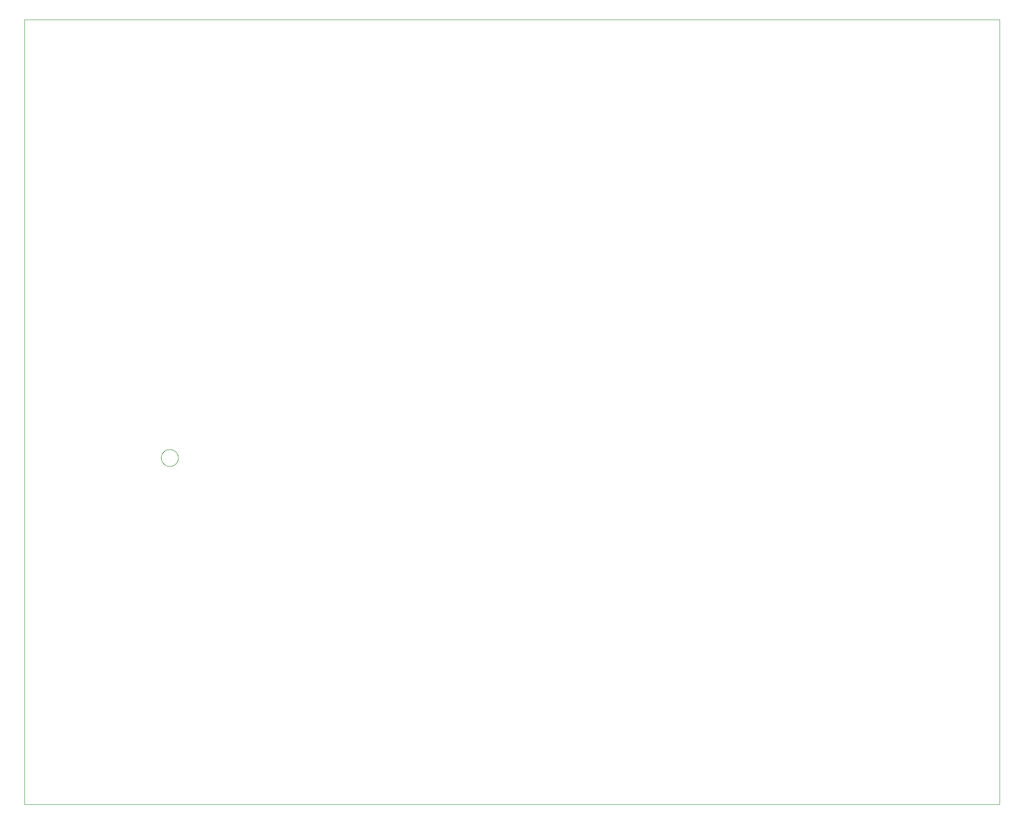
<source format=gko>
G75*
%MOIN*%
%OFA0B0*%
%FSLAX25Y25*%
%IPPOS*%
%LPD*%
%AMOC8*
5,1,8,0,0,1.08239X$1,22.5*
%
%ADD10C,0.00000*%
D10*
X0011300Y0001300D02*
X0011300Y0601300D01*
X0756300Y0601300D01*
X0756300Y0001300D01*
X0011300Y0001300D01*
X0115800Y0266300D02*
X0115802Y0266461D01*
X0115808Y0266621D01*
X0115818Y0266782D01*
X0115832Y0266942D01*
X0115850Y0267102D01*
X0115871Y0267261D01*
X0115897Y0267420D01*
X0115927Y0267578D01*
X0115960Y0267735D01*
X0115998Y0267892D01*
X0116039Y0268047D01*
X0116084Y0268201D01*
X0116133Y0268354D01*
X0116186Y0268506D01*
X0116242Y0268657D01*
X0116303Y0268806D01*
X0116366Y0268954D01*
X0116434Y0269100D01*
X0116505Y0269244D01*
X0116579Y0269386D01*
X0116657Y0269527D01*
X0116739Y0269665D01*
X0116824Y0269802D01*
X0116912Y0269936D01*
X0117004Y0270068D01*
X0117099Y0270198D01*
X0117197Y0270326D01*
X0117298Y0270451D01*
X0117402Y0270573D01*
X0117509Y0270693D01*
X0117619Y0270810D01*
X0117732Y0270925D01*
X0117848Y0271036D01*
X0117967Y0271145D01*
X0118088Y0271250D01*
X0118212Y0271353D01*
X0118338Y0271453D01*
X0118466Y0271549D01*
X0118597Y0271642D01*
X0118731Y0271732D01*
X0118866Y0271819D01*
X0119004Y0271902D01*
X0119143Y0271982D01*
X0119285Y0272058D01*
X0119428Y0272131D01*
X0119573Y0272200D01*
X0119720Y0272266D01*
X0119868Y0272328D01*
X0120018Y0272386D01*
X0120169Y0272441D01*
X0120322Y0272492D01*
X0120476Y0272539D01*
X0120631Y0272582D01*
X0120787Y0272621D01*
X0120943Y0272657D01*
X0121101Y0272688D01*
X0121259Y0272716D01*
X0121418Y0272740D01*
X0121578Y0272760D01*
X0121738Y0272776D01*
X0121898Y0272788D01*
X0122059Y0272796D01*
X0122220Y0272800D01*
X0122380Y0272800D01*
X0122541Y0272796D01*
X0122702Y0272788D01*
X0122862Y0272776D01*
X0123022Y0272760D01*
X0123182Y0272740D01*
X0123341Y0272716D01*
X0123499Y0272688D01*
X0123657Y0272657D01*
X0123813Y0272621D01*
X0123969Y0272582D01*
X0124124Y0272539D01*
X0124278Y0272492D01*
X0124431Y0272441D01*
X0124582Y0272386D01*
X0124732Y0272328D01*
X0124880Y0272266D01*
X0125027Y0272200D01*
X0125172Y0272131D01*
X0125315Y0272058D01*
X0125457Y0271982D01*
X0125596Y0271902D01*
X0125734Y0271819D01*
X0125869Y0271732D01*
X0126003Y0271642D01*
X0126134Y0271549D01*
X0126262Y0271453D01*
X0126388Y0271353D01*
X0126512Y0271250D01*
X0126633Y0271145D01*
X0126752Y0271036D01*
X0126868Y0270925D01*
X0126981Y0270810D01*
X0127091Y0270693D01*
X0127198Y0270573D01*
X0127302Y0270451D01*
X0127403Y0270326D01*
X0127501Y0270198D01*
X0127596Y0270068D01*
X0127688Y0269936D01*
X0127776Y0269802D01*
X0127861Y0269665D01*
X0127943Y0269527D01*
X0128021Y0269386D01*
X0128095Y0269244D01*
X0128166Y0269100D01*
X0128234Y0268954D01*
X0128297Y0268806D01*
X0128358Y0268657D01*
X0128414Y0268506D01*
X0128467Y0268354D01*
X0128516Y0268201D01*
X0128561Y0268047D01*
X0128602Y0267892D01*
X0128640Y0267735D01*
X0128673Y0267578D01*
X0128703Y0267420D01*
X0128729Y0267261D01*
X0128750Y0267102D01*
X0128768Y0266942D01*
X0128782Y0266782D01*
X0128792Y0266621D01*
X0128798Y0266461D01*
X0128800Y0266300D01*
X0128798Y0266139D01*
X0128792Y0265979D01*
X0128782Y0265818D01*
X0128768Y0265658D01*
X0128750Y0265498D01*
X0128729Y0265339D01*
X0128703Y0265180D01*
X0128673Y0265022D01*
X0128640Y0264865D01*
X0128602Y0264708D01*
X0128561Y0264553D01*
X0128516Y0264399D01*
X0128467Y0264246D01*
X0128414Y0264094D01*
X0128358Y0263943D01*
X0128297Y0263794D01*
X0128234Y0263646D01*
X0128166Y0263500D01*
X0128095Y0263356D01*
X0128021Y0263214D01*
X0127943Y0263073D01*
X0127861Y0262935D01*
X0127776Y0262798D01*
X0127688Y0262664D01*
X0127596Y0262532D01*
X0127501Y0262402D01*
X0127403Y0262274D01*
X0127302Y0262149D01*
X0127198Y0262027D01*
X0127091Y0261907D01*
X0126981Y0261790D01*
X0126868Y0261675D01*
X0126752Y0261564D01*
X0126633Y0261455D01*
X0126512Y0261350D01*
X0126388Y0261247D01*
X0126262Y0261147D01*
X0126134Y0261051D01*
X0126003Y0260958D01*
X0125869Y0260868D01*
X0125734Y0260781D01*
X0125596Y0260698D01*
X0125457Y0260618D01*
X0125315Y0260542D01*
X0125172Y0260469D01*
X0125027Y0260400D01*
X0124880Y0260334D01*
X0124732Y0260272D01*
X0124582Y0260214D01*
X0124431Y0260159D01*
X0124278Y0260108D01*
X0124124Y0260061D01*
X0123969Y0260018D01*
X0123813Y0259979D01*
X0123657Y0259943D01*
X0123499Y0259912D01*
X0123341Y0259884D01*
X0123182Y0259860D01*
X0123022Y0259840D01*
X0122862Y0259824D01*
X0122702Y0259812D01*
X0122541Y0259804D01*
X0122380Y0259800D01*
X0122220Y0259800D01*
X0122059Y0259804D01*
X0121898Y0259812D01*
X0121738Y0259824D01*
X0121578Y0259840D01*
X0121418Y0259860D01*
X0121259Y0259884D01*
X0121101Y0259912D01*
X0120943Y0259943D01*
X0120787Y0259979D01*
X0120631Y0260018D01*
X0120476Y0260061D01*
X0120322Y0260108D01*
X0120169Y0260159D01*
X0120018Y0260214D01*
X0119868Y0260272D01*
X0119720Y0260334D01*
X0119573Y0260400D01*
X0119428Y0260469D01*
X0119285Y0260542D01*
X0119143Y0260618D01*
X0119004Y0260698D01*
X0118866Y0260781D01*
X0118731Y0260868D01*
X0118597Y0260958D01*
X0118466Y0261051D01*
X0118338Y0261147D01*
X0118212Y0261247D01*
X0118088Y0261350D01*
X0117967Y0261455D01*
X0117848Y0261564D01*
X0117732Y0261675D01*
X0117619Y0261790D01*
X0117509Y0261907D01*
X0117402Y0262027D01*
X0117298Y0262149D01*
X0117197Y0262274D01*
X0117099Y0262402D01*
X0117004Y0262532D01*
X0116912Y0262664D01*
X0116824Y0262798D01*
X0116739Y0262935D01*
X0116657Y0263073D01*
X0116579Y0263214D01*
X0116505Y0263356D01*
X0116434Y0263500D01*
X0116366Y0263646D01*
X0116303Y0263794D01*
X0116242Y0263943D01*
X0116186Y0264094D01*
X0116133Y0264246D01*
X0116084Y0264399D01*
X0116039Y0264553D01*
X0115998Y0264708D01*
X0115960Y0264865D01*
X0115927Y0265022D01*
X0115897Y0265180D01*
X0115871Y0265339D01*
X0115850Y0265498D01*
X0115832Y0265658D01*
X0115818Y0265818D01*
X0115808Y0265979D01*
X0115802Y0266139D01*
X0115800Y0266300D01*
M02*

</source>
